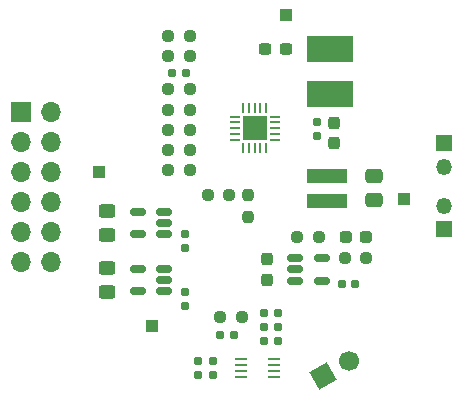
<source format=gbr>
%TF.GenerationSoftware,KiCad,Pcbnew,(6.0.4)*%
%TF.CreationDate,2023-05-25T13:34:33-04:00*%
%TF.ProjectId,PWR,5057522e-6b69-4636-9164-5f7063625858,rev?*%
%TF.SameCoordinates,Original*%
%TF.FileFunction,Soldermask,Top*%
%TF.FilePolarity,Negative*%
%FSLAX46Y46*%
G04 Gerber Fmt 4.6, Leading zero omitted, Abs format (unit mm)*
G04 Created by KiCad (PCBNEW (6.0.4)) date 2023-05-25 13:34:33*
%MOMM*%
%LPD*%
G01*
G04 APERTURE LIST*
G04 Aperture macros list*
%AMRoundRect*
0 Rectangle with rounded corners*
0 $1 Rounding radius*
0 $2 $3 $4 $5 $6 $7 $8 $9 X,Y pos of 4 corners*
0 Add a 4 corners polygon primitive as box body*
4,1,4,$2,$3,$4,$5,$6,$7,$8,$9,$2,$3,0*
0 Add four circle primitives for the rounded corners*
1,1,$1+$1,$2,$3*
1,1,$1+$1,$4,$5*
1,1,$1+$1,$6,$7*
1,1,$1+$1,$8,$9*
0 Add four rect primitives between the rounded corners*
20,1,$1+$1,$2,$3,$4,$5,0*
20,1,$1+$1,$4,$5,$6,$7,0*
20,1,$1+$1,$6,$7,$8,$9,0*
20,1,$1+$1,$8,$9,$2,$3,0*%
%AMHorizOval*
0 Thick line with rounded ends*
0 $1 width*
0 $2 $3 position (X,Y) of the first rounded end (center of the circle)*
0 $4 $5 position (X,Y) of the second rounded end (center of the circle)*
0 Add line between two ends*
20,1,$1,$2,$3,$4,$5,0*
0 Add two circle primitives to create the rounded ends*
1,1,$1,$2,$3*
1,1,$1,$4,$5*%
%AMRotRect*
0 Rectangle, with rotation*
0 The origin of the aperture is its center*
0 $1 length*
0 $2 width*
0 $3 Rotation angle, in degrees counterclockwise*
0 Add horizontal line*
21,1,$1,$2,0,0,$3*%
G04 Aperture macros list end*
%ADD10RoundRect,0.155000X-0.212500X-0.155000X0.212500X-0.155000X0.212500X0.155000X-0.212500X0.155000X0*%
%ADD11RoundRect,0.160000X0.160000X-0.197500X0.160000X0.197500X-0.160000X0.197500X-0.160000X-0.197500X0*%
%ADD12RoundRect,0.237500X0.250000X0.237500X-0.250000X0.237500X-0.250000X-0.237500X0.250000X-0.237500X0*%
%ADD13RoundRect,0.237500X0.237500X-0.300000X0.237500X0.300000X-0.237500X0.300000X-0.237500X-0.300000X0*%
%ADD14RoundRect,0.150000X0.512500X0.150000X-0.512500X0.150000X-0.512500X-0.150000X0.512500X-0.150000X0*%
%ADD15R,1.000000X1.000000*%
%ADD16RoundRect,0.237500X-0.250000X-0.237500X0.250000X-0.237500X0.250000X0.237500X-0.250000X0.237500X0*%
%ADD17R,3.900000X2.200000*%
%ADD18RoundRect,0.237500X0.237500X-0.250000X0.237500X0.250000X-0.237500X0.250000X-0.237500X-0.250000X0*%
%ADD19RoundRect,0.155000X-0.155000X0.212500X-0.155000X-0.212500X0.155000X-0.212500X0.155000X0.212500X0*%
%ADD20RoundRect,0.062500X-0.062500X0.375000X-0.062500X-0.375000X0.062500X-0.375000X0.062500X0.375000X0*%
%ADD21RoundRect,0.062500X-0.375000X0.062500X-0.375000X-0.062500X0.375000X-0.062500X0.375000X0.062500X0*%
%ADD22R,2.000000X2.000000*%
%ADD23RoundRect,0.237500X-0.237500X0.300000X-0.237500X-0.300000X0.237500X-0.300000X0.237500X0.300000X0*%
%ADD24RoundRect,0.160000X-0.197500X-0.160000X0.197500X-0.160000X0.197500X0.160000X-0.197500X0.160000X0*%
%ADD25RoundRect,0.250000X0.450000X-0.325000X0.450000X0.325000X-0.450000X0.325000X-0.450000X-0.325000X0*%
%ADD26R,3.400000X1.300000*%
%ADD27R,1.350000X1.350000*%
%ADD28O,1.350000X1.350000*%
%ADD29RoundRect,0.150000X-0.512500X-0.150000X0.512500X-0.150000X0.512500X0.150000X-0.512500X0.150000X0*%
%ADD30RoundRect,0.237500X-0.287500X-0.237500X0.287500X-0.237500X0.287500X0.237500X-0.287500X0.237500X0*%
%ADD31RoundRect,0.250000X0.475000X-0.337500X0.475000X0.337500X-0.475000X0.337500X-0.475000X-0.337500X0*%
%ADD32RotRect,1.700000X1.700000X120.000000*%
%ADD33HorizOval,1.700000X0.000000X0.000000X0.000000X0.000000X0*%
%ADD34R,1.120000X0.270000*%
%ADD35RoundRect,0.155000X0.212500X0.155000X-0.212500X0.155000X-0.212500X-0.155000X0.212500X-0.155000X0*%
%ADD36RoundRect,0.237500X0.300000X0.237500X-0.300000X0.237500X-0.300000X-0.237500X0.300000X-0.237500X0*%
%ADD37R,1.700000X1.700000*%
%ADD38O,1.700000X1.700000*%
G04 APERTURE END LIST*
D10*
%TO.C,C5*%
X146102500Y-107950000D03*
X147237500Y-107950000D03*
%TD*%
D11*
%TO.C,R3*%
X144172510Y-111337494D03*
X144172510Y-110142494D03*
%TD*%
D12*
%TO.C,R15*%
X158442500Y-101440000D03*
X156617500Y-101440000D03*
%TD*%
D13*
%TO.C,C4*%
X150030000Y-103252500D03*
X150030000Y-101527500D03*
%TD*%
D14*
%TO.C,U1*%
X141367500Y-99402500D03*
X141367500Y-98452500D03*
X141367500Y-97502500D03*
X139092500Y-97502500D03*
X139092500Y-99402500D03*
%TD*%
D10*
%TO.C,C13*%
X156392500Y-103590000D03*
X157527500Y-103590000D03*
%TD*%
D15*
%TO.C,TP1*%
X135820000Y-94140000D03*
%TD*%
D16*
%TO.C,R13*%
X141683220Y-82594280D03*
X143508220Y-82594280D03*
%TD*%
D12*
%TO.C,R16*%
X154442500Y-99630000D03*
X152617500Y-99630000D03*
%TD*%
D10*
%TO.C,C1*%
X149802500Y-108450000D03*
X150937500Y-108450000D03*
%TD*%
D16*
%TO.C,R12*%
X141683220Y-84294280D03*
X143508220Y-84294280D03*
%TD*%
D17*
%TO.C,L2*%
X155420000Y-83740000D03*
X155420000Y-87540000D03*
%TD*%
D18*
%TO.C,R11*%
X148420000Y-97952500D03*
X148420000Y-96127500D03*
%TD*%
D16*
%TO.C,R5*%
X146097500Y-106400000D03*
X147922500Y-106400000D03*
%TD*%
D19*
%TO.C,C11*%
X143130000Y-104322500D03*
X143130000Y-105457500D03*
%TD*%
D20*
%TO.C,U2*%
X149995720Y-88756780D03*
X149495720Y-88756780D03*
X148995720Y-88756780D03*
X148495720Y-88756780D03*
X147995720Y-88756780D03*
D21*
X147308220Y-89444280D03*
X147308220Y-89944280D03*
X147308220Y-90444280D03*
X147308220Y-90944280D03*
X147308220Y-91444280D03*
D20*
X147995720Y-92131780D03*
X148495720Y-92131780D03*
X148995720Y-92131780D03*
X149495720Y-92131780D03*
X149995720Y-92131780D03*
D21*
X150683220Y-91444280D03*
X150683220Y-90944280D03*
X150683220Y-90444280D03*
X150683220Y-89944280D03*
X150683220Y-89444280D03*
D22*
X148995720Y-90444280D03*
%TD*%
D23*
%TO.C,C3*%
X155755720Y-89981780D03*
X155755720Y-91706780D03*
%TD*%
D16*
%TO.C,R10*%
X141683220Y-92254280D03*
X143508220Y-92254280D03*
%TD*%
D24*
%TO.C,R1*%
X149792500Y-106120000D03*
X150987500Y-106120000D03*
%TD*%
D25*
%TO.C,C10*%
X136480000Y-99455000D03*
X136480000Y-97405000D03*
%TD*%
D16*
%TO.C,R14*%
X141683220Y-93954280D03*
X143508220Y-93954280D03*
%TD*%
D26*
%TO.C,L1*%
X155170000Y-94464280D03*
X155170000Y-96564280D03*
%TD*%
D19*
%TO.C,C2*%
X154245720Y-89926780D03*
X154245720Y-91061780D03*
%TD*%
D27*
%TO.C,J4*%
X165000000Y-91700000D03*
D28*
X165000000Y-93700000D03*
%TD*%
D29*
%TO.C,U4*%
X152392500Y-101440000D03*
X152392500Y-102390000D03*
X152392500Y-103340000D03*
X154667500Y-103340000D03*
X154667500Y-101440000D03*
%TD*%
D30*
%TO.C,D1*%
X156700000Y-99660000D03*
X158450000Y-99660000D03*
%TD*%
D16*
%TO.C,R9*%
X141683220Y-88854280D03*
X143508220Y-88854280D03*
%TD*%
D19*
%TO.C,C9*%
X143110000Y-99432500D03*
X143110000Y-100567500D03*
%TD*%
D15*
%TO.C,TP3*%
X151670000Y-80890000D03*
%TD*%
D31*
%TO.C,C6*%
X159145720Y-96551780D03*
X159145720Y-94476780D03*
%TD*%
D25*
%TO.C,C12*%
X136480000Y-104305000D03*
X136480000Y-102255000D03*
%TD*%
D15*
%TO.C,TP4*%
X140350000Y-107180000D03*
%TD*%
D27*
%TO.C,J3*%
X165000000Y-99000000D03*
D28*
X165000000Y-97000000D03*
%TD*%
D32*
%TO.C,J1*%
X154795818Y-111437500D03*
D33*
X156995523Y-110167500D03*
%TD*%
D24*
%TO.C,R2*%
X149792500Y-107290000D03*
X150987500Y-107290000D03*
%TD*%
D11*
%TO.C,R4*%
X145502500Y-111347500D03*
X145502500Y-110152500D03*
%TD*%
D34*
%TO.C,IC1*%
X147847500Y-109970000D03*
X147847500Y-110470000D03*
X147847500Y-110970000D03*
X147847500Y-111470000D03*
X150657500Y-111470000D03*
X150657500Y-110970000D03*
X150657500Y-110470000D03*
X150657500Y-109970000D03*
%TD*%
D16*
%TO.C,R6*%
X141683220Y-87154280D03*
X143508220Y-87154280D03*
%TD*%
D35*
%TO.C,C8*%
X143163220Y-85724280D03*
X142028220Y-85724280D03*
%TD*%
D36*
%TO.C,C7*%
X151632500Y-83720000D03*
X149907500Y-83720000D03*
%TD*%
D16*
%TO.C,R7*%
X141683220Y-90554280D03*
X143508220Y-90554280D03*
%TD*%
D15*
%TO.C,TP2*%
X161660000Y-96420000D03*
%TD*%
D14*
%TO.C,U3*%
X141367500Y-104252500D03*
X141367500Y-103302500D03*
X141367500Y-102352500D03*
X139092500Y-102352500D03*
X139092500Y-104252500D03*
%TD*%
D37*
%TO.C,J2*%
X129225000Y-89100000D03*
D38*
X131765000Y-89100000D03*
X129225000Y-91640000D03*
X131765000Y-91640000D03*
X129225000Y-94180000D03*
X131765000Y-94180000D03*
X129225000Y-96720000D03*
X131765000Y-96720000D03*
X129225000Y-99260000D03*
X131765000Y-99260000D03*
X129225000Y-101800000D03*
X131765000Y-101800000D03*
%TD*%
D12*
%TO.C,R8*%
X146852500Y-96110000D03*
X145027500Y-96110000D03*
%TD*%
M02*

</source>
